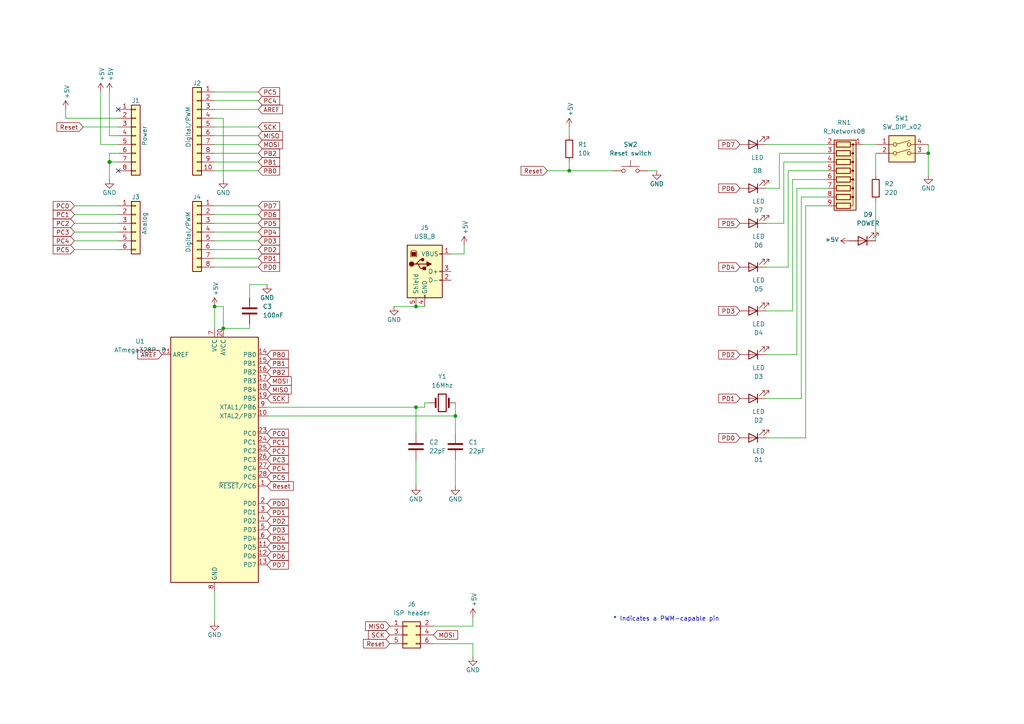
<source format=kicad_sch>
(kicad_sch (version 20230121) (generator eeschema)
  (paper "A4")
  (title_block (date "mar. 31 mars 2015"))
  (lib_symbols
    (symbol "Connector:USB_B" (pin_names (offset 1.016))
      (property "Reference" "J" (at -5.08 11.43 0))
      (property "Value" "USB_B" (at -5.08 8.89 0))
      (symbol "USB_B_0_1"
        (rectangle (start -5.08 -7.62) (end 5.08 7.62) (stroke (width 0.254)) (fill (type background)))
        (circle (center -3.81 2.159) (radius 0.635) (stroke (width 0.254)) (fill (type outline)))
        (rectangle (start -3.81 5.588) (end -2.54 4.572) (fill (type outline)))
        (circle (center -0.635 3.429) (radius 0.381) (stroke (width 0.254)) (fill (type outline)))
        (rectangle (start -0.127 -7.62) (end 0.127 -6.858))
        (polyline (pts (xy -1.905 2.159) (xy 0.635 2.159)) (stroke (width 0.254)))
        (polyline (pts (xy -3.175 2.159) (xy -2.54 2.159) (xy -1.27 3.429) (xy -0.635 3.429)) (stroke (width 0.254)))
        (polyline (pts (xy -2.54 2.159) (xy -1.905 2.159) (xy -1.27 0.889) (xy 0 0.889)) (stroke (width 0.254)))
        (polyline (pts (xy 0.635 2.794) (xy 0.635 1.524) (xy 1.905 2.159) (xy 0.635 2.794)) (stroke (width 0.254)) (fill (type outline)))
        (polyline (pts (xy -4.064 4.318) (xy -2.286 4.318) (xy -2.286 5.715) (xy -2.667 6.096) (xy -3.683 6.096) (xy -4.064 5.715) (xy -4.064 4.318)))
        (rectangle (start 0.254 1.27) (end -0.508 0.508) (stroke (width 0.254)) (fill (type outline)))
        (rectangle (start 5.08 -2.667) (end 4.318 -2.413))
        (rectangle (start 5.08 -0.127) (end 4.318 0.127))
        (rectangle (start 5.08 4.953) (end 4.318 5.207))
      )
      (symbol "USB_B_1_1"
        (pin power_out line (at 7.62 5.08 180) (length 2.54) (name "VBUS") (number "1"))
        (pin bidirectional line (at 7.62 -2.54 180) (length 2.54) (name "D-") (number "2"))
        (pin bidirectional line (at 7.62 0 180) (length 2.54) (name "D+") (number "3"))
        (pin power_out line (at 0 -10.16 90) (length 2.54) (name "GND") (number "4"))
        (pin passive line (at -2.54 -10.16 90) (length 2.54) (name "Shield") (number "5"))
      )
    )
    (symbol "Connector_Generic:Conn_01x06" (pin_names (offset 1.016) hide)
      (property "Reference" "J" (at 0 7.62 0))
      (property "Value" "Conn_01x06" (at 0 -10.16 0))
      (symbol "Conn_01x06_1_1"
        (rectangle (start -1.27 -7.493) (end 0 -7.747) (stroke (width 0.1524)))
        (rectangle (start -1.27 -4.953) (end 0 -5.207) (stroke (width 0.1524)))
        (rectangle (start -1.27 -2.413) (end 0 -2.667) (stroke (width 0.1524)))
        (rectangle (start -1.27 0.127) (end 0 -0.127) (stroke (width 0.1524)))
        (rectangle (start -1.27 2.667) (end 0 2.413) (stroke (width 0.1524)))
        (rectangle (start -1.27 5.207) (end 0 4.953) (stroke (width 0.1524)))
        (rectangle (start -1.27 6.35) (end 1.27 -8.89) (stroke (width 0.254)) (fill (type background)))
        (pin passive line (at -5.08 5.08 0) (length 3.81) (name "Pin_1") (number "1"))
        (pin passive line (at -5.08 2.54 0) (length 3.81) (name "Pin_2") (number "2"))
        (pin passive line (at -5.08 0 0) (length 3.81) (name "Pin_3") (number "3"))
        (pin passive line (at -5.08 -2.54 0) (length 3.81) (name "Pin_4") (number "4"))
        (pin passive line (at -5.08 -5.08 0) (length 3.81) (name "Pin_5") (number "5"))
        (pin passive line (at -5.08 -7.62 0) (length 3.81) (name "Pin_6") (number "6"))
      )
    )
    (symbol "Connector_Generic:Conn_01x08" (pin_names (offset 1.016) hide)
      (property "Reference" "J" (at 0 10.16 0))
      (property "Value" "Conn_01x08" (at 0 -12.7 0))
      (symbol "Conn_01x08_1_1"
        (rectangle (start -1.27 -10.033) (end 0 -10.287) (stroke (width 0.1524)))
        (rectangle (start -1.27 -7.493) (end 0 -7.747) (stroke (width 0.1524)))
        (rectangle (start -1.27 -4.953) (end 0 -5.207) (stroke (width 0.1524)))
        (rectangle (start -1.27 -2.413) (end 0 -2.667) (stroke (width 0.1524)))
        (rectangle (start -1.27 0.127) (end 0 -0.127) (stroke (width 0.1524)))
        (rectangle (start -1.27 2.667) (end 0 2.413) (stroke (width 0.1524)))
        (rectangle (start -1.27 5.207) (end 0 4.953) (stroke (width 0.1524)))
        (rectangle (start -1.27 7.747) (end 0 7.493) (stroke (width 0.1524)))
        (rectangle (start -1.27 8.89) (end 1.27 -11.43) (stroke (width 0.254)) (fill (type background)))
        (pin passive line (at -5.08 7.62 0) (length 3.81) (name "Pin_1") (number "1"))
        (pin passive line (at -5.08 5.08 0) (length 3.81) (name "Pin_2") (number "2"))
        (pin passive line (at -5.08 2.54 0) (length 3.81) (name "Pin_3") (number "3"))
        (pin passive line (at -5.08 0 0) (length 3.81) (name "Pin_4") (number "4"))
        (pin passive line (at -5.08 -2.54 0) (length 3.81) (name "Pin_5") (number "5"))
        (pin passive line (at -5.08 -5.08 0) (length 3.81) (name "Pin_6") (number "6"))
        (pin passive line (at -5.08 -7.62 0) (length 3.81) (name "Pin_7") (number "7"))
        (pin passive line (at -5.08 -10.16 0) (length 3.81) (name "Pin_8") (number "8"))
      )
    )
    (symbol "Connector_Generic:Conn_01x10" (pin_names (offset 1.016) hide)
      (property "Reference" "J" (at 0 12.7 0))
      (property "Value" "Conn_01x10" (at 0 -15.24 0))
      (symbol "Conn_01x10_1_1"
        (rectangle (start -1.27 -12.573) (end 0 -12.827) (stroke (width 0.1524)))
        (rectangle (start -1.27 -10.033) (end 0 -10.287) (stroke (width 0.1524)))
        (rectangle (start -1.27 -7.493) (end 0 -7.747) (stroke (width 0.1524)))
        (rectangle (start -1.27 -4.953) (end 0 -5.207) (stroke (width 0.1524)))
        (rectangle (start -1.27 -2.413) (end 0 -2.667) (stroke (width 0.1524)))
        (rectangle (start -1.27 0.127) (end 0 -0.127) (stroke (width 0.1524)))
        (rectangle (start -1.27 2.667) (end 0 2.413) (stroke (width 0.1524)))
        (rectangle (start -1.27 5.207) (end 0 4.953) (stroke (width 0.1524)))
        (rectangle (start -1.27 7.747) (end 0 7.493) (stroke (width 0.1524)))
        (rectangle (start -1.27 10.287) (end 0 10.033) (stroke (width 0.1524)))
        (rectangle (start -1.27 11.43) (end 1.27 -13.97) (stroke (width 0.254)) (fill (type background)))
        (pin passive line (at -5.08 10.16 0) (length 3.81) (name "Pin_1") (number "1"))
        (pin passive line (at -5.08 -12.7 0) (length 3.81) (name "Pin_10") (number "10"))
        (pin passive line (at -5.08 7.62 0) (length 3.81) (name "Pin_2") (number "2"))
        (pin passive line (at -5.08 5.08 0) (length 3.81) (name "Pin_3") (number "3"))
        (pin passive line (at -5.08 2.54 0) (length 3.81) (name "Pin_4") (number "4"))
        (pin passive line (at -5.08 0 0) (length 3.81) (name "Pin_5") (number "5"))
        (pin passive line (at -5.08 -2.54 0) (length 3.81) (name "Pin_6") (number "6"))
        (pin passive line (at -5.08 -5.08 0) (length 3.81) (name "Pin_7") (number "7"))
        (pin passive line (at -5.08 -7.62 0) (length 3.81) (name "Pin_8") (number "8"))
        (pin passive line (at -5.08 -10.16 0) (length 3.81) (name "Pin_9") (number "9"))
      )
    )
    (symbol "Connector_Generic:Conn_02x03_Odd_Even" (pin_names (offset 1.016) hide)
      (property "Reference" "J" (at 1.27 5.08 0))
      (property "Value" "Conn_02x03_Odd_Even" (at 1.27 -5.08 0))
      (symbol "Conn_02x03_Odd_Even_1_1"
        (rectangle (start -1.27 -2.413) (end 0 -2.667) (stroke (width 0.1524)))
        (rectangle (start -1.27 0.127) (end 0 -0.127) (stroke (width 0.1524)))
        (rectangle (start -1.27 2.667) (end 0 2.413) (stroke (width 0.1524)))
        (rectangle (start -1.27 3.81) (end 3.81 -3.81) (stroke (width 0.254)) (fill (type background)))
        (rectangle (start 3.81 -2.413) (end 2.54 -2.667) (stroke (width 0.1524)))
        (rectangle (start 3.81 0.127) (end 2.54 -0.127) (stroke (width 0.1524)))
        (rectangle (start 3.81 2.667) (end 2.54 2.413) (stroke (width 0.1524)))
        (pin passive line (at -5.08 2.54 0) (length 3.81) (name "Pin_1") (number "1"))
        (pin passive line (at 7.62 2.54 180) (length 3.81) (name "Pin_2") (number "2"))
        (pin passive line (at -5.08 0 0) (length 3.81) (name "Pin_3") (number "3"))
        (pin passive line (at 7.62 0 180) (length 3.81) (name "Pin_4") (number "4"))
        (pin passive line (at -5.08 -2.54 0) (length 3.81) (name "Pin_5") (number "5"))
        (pin passive line (at 7.62 -2.54 180) (length 3.81) (name "Pin_6") (number "6"))
      )
    )
    (symbol "Device:C" (pin_numbers hide) (pin_names (offset 0.254))
      (property "Reference" "C" (at 0.635 2.54 0))
      (property "Value" "C" (at 0.635 -2.54 0))
      (symbol "C_0_1"
        (polyline (pts (xy -2.032 -0.762) (xy 2.032 -0.762)) (stroke (width 0.508)))
        (polyline (pts (xy -2.032 0.762) (xy 2.032 0.762)) (stroke (width 0.508)))
      )
      (symbol "C_1_1"
        (pin passive line (at 0 3.81 270) (length 2.794) (name "~") (number "1"))
        (pin passive line (at 0 -3.81 90) (length 2.794) (name "~") (number "2"))
      )
    )
    (symbol "Device:Crystal" (pin_numbers hide) (pin_names (offset 1.016) hide)
      (property "Reference" "Y" (at 0 3.81 0))
      (property "Value" "Crystal" (at 0 -3.81 0))
      (symbol "Crystal_0_1"
        (rectangle (start -1.143 2.54) (end 1.143 -2.54) (stroke (width 0.3048)))
        (polyline (pts (xy -2.54 0) (xy -1.905 0)))
        (polyline (pts (xy -1.905 -1.27) (xy -1.905 1.27)) (stroke (width 0.508)))
        (polyline (pts (xy 1.905 -1.27) (xy 1.905 1.27)) (stroke (width 0.508)))
        (polyline (pts (xy 2.54 0) (xy 1.905 0)))
      )
      (symbol "Crystal_1_1"
        (pin passive line (at -3.81 0 0) (length 1.27) (name "1") (number "1"))
        (pin passive line (at 3.81 0 180) (length 1.27) (name "2") (number "2"))
      )
    )
    (symbol "Device:LED" (pin_numbers hide) (pin_names (offset 1.016) hide)
      (property "Reference" "D" (at 0 2.54 0))
      (property "Value" "LED" (at 0 -2.54 0))
      (symbol "LED_0_1"
        (polyline (pts (xy -1.27 -1.27) (xy -1.27 1.27)) (stroke (width 0.254)))
        (polyline (pts (xy -1.27 0) (xy 1.27 0)))
        (polyline (pts (xy 1.27 -1.27) (xy 1.27 1.27) (xy -1.27 0) (xy 1.27 -1.27)) (stroke (width 0.254)))
        (polyline (pts (xy -3.048 -0.762) (xy -4.572 -2.286) (xy -3.81 -2.286) (xy -4.572 -2.286) (xy -4.572 -1.524)))
        (polyline (pts (xy -1.778 -0.762) (xy -3.302 -2.286) (xy -2.54 -2.286) (xy -3.302 -2.286) (xy -3.302 -1.524)))
      )
      (symbol "LED_1_1"
        (pin passive line (at -3.81 0 0) (length 2.54) (name "K") (number "1"))
        (pin passive line (at 3.81 0 180) (length 2.54) (name "A") (number "2"))
      )
    )
    (symbol "Device:R" (pin_numbers hide) (pin_names (offset 0))
      (property "Reference" "R" (at 2.032 0 90))
      (property "Value" "R" (at 0 0 90))
      (symbol "R_0_1"
        (rectangle (start -1.016 -2.54) (end 1.016 2.54) (stroke (width 0.254)))
      )
      (symbol "R_1_1"
        (pin passive line (at 0 3.81 270) (length 1.27) (name "~") (number "1"))
        (pin passive line (at 0 -3.81 90) (length 1.27) (name "~") (number "2"))
      )
    )
    (symbol "Device:R_Network08" (pin_names (offset 0) hide)
      (property "Reference" "RN" (at -12.7 0 90))
      (property "Value" "R_Network08" (at 10.16 0 90))
      (symbol "R_Network08_0_1"
        (rectangle (start -11.43 -3.175) (end 8.89 3.175) (stroke (width 0.254)) (fill (type background)))
        (rectangle (start -10.922 1.524) (end -9.398 -2.54) (stroke (width 0.254)))
        (circle (center -10.16 2.286) (radius 0.254) (fill (type outline)))
        (rectangle (start -8.382 1.524) (end -6.858 -2.54) (stroke (width 0.254)))
        (circle (center -7.62 2.286) (radius 0.254) (fill (type outline)))
        (rectangle (start -5.842 1.524) (end -4.318 -2.54) (stroke (width 0.254)))
        (circle (center -5.08 2.286) (radius 0.254) (fill (type outline)))
        (rectangle (start -3.302 1.524) (end -1.778 -2.54) (stroke (width 0.254)))
        (circle (center -2.54 2.286) (radius 0.254) (fill (type outline)))
        (rectangle (start -0.762 1.524) (end 0.762 -2.54) (stroke (width 0.254)))
        (polyline (pts (xy -10.16 -2.54) (xy -10.16 -3.81)))
        (polyline (pts (xy -7.62 -2.54) (xy -7.62 -3.81)))
        (polyline (pts (xy -5.08 -2.54) (xy -5.08 -3.81)))
        (polyline (pts (xy -2.54 -2.54) (xy -2.54 -3.81)))
        (polyline (pts (xy 0 -2.54) (xy 0 -3.81)))
        (polyline (pts (xy 2.54 -2.54) (xy 2.54 -3.81)))
        (polyline (pts (xy 5.08 -2.54) (xy 5.08 -3.81)))
        (polyline (pts (xy 7.62 -2.54) (xy 7.62 -3.81)))
        (polyline (pts (xy -10.16 1.524) (xy -10.16 2.286) (xy -7.62 2.286) (xy -7.62 1.524)))
        (polyline (pts (xy -7.62 1.524) (xy -7.62 2.286) (xy -5.08 2.286) (xy -5.08 1.524)))
        (polyline (pts (xy -5.08 1.524) (xy -5.08 2.286) (xy -2.54 2.286) (xy -2.54 1.524)))
        (polyline (pts (xy -2.54 1.524) (xy -2.54 2.286) (xy 0 2.286) (xy 0 1.524)))
        (polyline (pts (xy 0 1.524) (xy 0 2.286) (xy 2.54 2.286) (xy 2.54 1.524)))
        (polyline (pts (xy 2.54 1.524) (xy 2.54 2.286) (xy 5.08 2.286) (xy 5.08 1.524)))
        (polyline (pts (xy 5.08 1.524) (xy 5.08 2.286) (xy 7.62 2.286) (xy 7.62 1.524)))
        (circle (center 0 2.286) (radius 0.254) (fill (type outline)))
        (rectangle (start 1.778 1.524) (end 3.302 -2.54) (stroke (width 0.254)))
        (circle (center 2.54 2.286) (radius 0.254) (fill (type outline)))
        (rectangle (start 4.318 1.524) (end 5.842 -2.54) (stroke (width 0.254)))
        (circle (center 5.08 2.286) (radius 0.254) (fill (type outline)))
        (rectangle (start 6.858 1.524) (end 8.382 -2.54) (stroke (width 0.254)))
      )
      (symbol "R_Network08_1_1"
        (pin passive line (at -10.16 5.08 270) (length 2.54) (name "common") (number "1"))
        (pin passive line (at -10.16 -5.08 90) (length 1.27) (name "R1") (number "2"))
        (pin passive line (at -7.62 -5.08 90) (length 1.27) (name "R2") (number "3"))
        (pin passive line (at -5.08 -5.08 90) (length 1.27) (name "R3") (number "4"))
        (pin passive line (at -2.54 -5.08 90) (length 1.27) (name "R4") (number "5"))
        (pin passive line (at 0 -5.08 90) (length 1.27) (name "R5") (number "6"))
        (pin passive line (at 2.54 -5.08 90) (length 1.27) (name "R6") (number "7"))
        (pin passive line (at 5.08 -5.08 90) (length 1.27) (name "R7") (number "8"))
        (pin passive line (at 7.62 -5.08 90) (length 1.27) (name "R8") (number "9"))
      )
    )
    (symbol "MCU_Microchip_ATmega:ATmega328P-P"
      (property "Reference" "U" (at -12.7 36.83 0))
      (property "Value" "ATmega328P-P" (at 2.54 -36.83 0))
      (symbol "ATmega328P-P_0_1"
        (rectangle (start -12.7 -35.56) (end 12.7 35.56) (stroke (width 0.254)) (fill (type background)))
      )
      (symbol "ATmega328P-P_1_1"
        (pin bidirectional line (at 15.24 -7.62 180) (length 2.54) (name "~{RESET}/PC6") (number "1"))
        (pin bidirectional line (at 15.24 12.7 180) (length 2.54) (name "XTAL2/PB7") (number "10"))
        (pin bidirectional line (at 15.24 -25.4 180) (length 2.54) (name "PD5") (number "11"))
        (pin bidirectional line (at 15.24 -27.94 180) (length 2.54) (name "PD6") (number "12"))
        (pin bidirectional line (at 15.24 -30.48 180) (length 2.54) (name "PD7") (number "13"))
        (pin bidirectional line (at 15.24 30.48 180) (length 2.54) (name "PB0") (number "14"))
        (pin bidirectional line (at 15.24 27.94 180) (length 2.54) (name "PB1") (number "15"))
        (pin bidirectional line (at 15.24 25.4 180) (length 2.54) (name "PB2") (number "16"))
        (pin bidirectional line (at 15.24 22.86 180) (length 2.54) (name "PB3") (number "17"))
        (pin bidirectional line (at 15.24 20.32 180) (length 2.54) (name "PB4") (number "18"))
        (pin bidirectional line (at 15.24 17.78 180) (length 2.54) (name "PB5") (number "19"))
        (pin bidirectional line (at 15.24 -12.7 180) (length 2.54) (name "PD0") (number "2"))
        (pin power_in line (at 2.54 38.1 270) (length 2.54) (name "AVCC") (number "20"))
        (pin passive line (at -15.24 30.48 0) (length 2.54) (name "AREF") (number "21"))
        (pin passive line (at 0 -38.1 90) (length 2.54) hide (name "GND") (number "22"))
        (pin bidirectional line (at 15.24 7.62 180) (length 2.54) (name "PC0") (number "23"))
        (pin bidirectional line (at 15.24 5.08 180) (length 2.54) (name "PC1") (number "24"))
        (pin bidirectional line (at 15.24 2.54 180) (length 2.54) (name "PC2") (number "25"))
        (pin bidirectional line (at 15.24 0 180) (length 2.54) (name "PC3") (number "26"))
        (pin bidirectional line (at 15.24 -2.54 180) (length 2.54) (name "PC4") (number "27"))
        (pin bidirectional line (at 15.24 -5.08 180) (length 2.54) (name "PC5") (number "28"))
        (pin bidirectional line (at 15.24 -15.24 180) (length 2.54) (name "PD1") (number "3"))
        (pin bidirectional line (at 15.24 -17.78 180) (length 2.54) (name "PD2") (number "4"))
        (pin bidirectional line (at 15.24 -20.32 180) (length 2.54) (name "PD3") (number "5"))
        (pin bidirectional line (at 15.24 -22.86 180) (length 2.54) (name "PD4") (number "6"))
        (pin power_in line (at 0 38.1 270) (length 2.54) (name "VCC") (number "7"))
        (pin power_in line (at 0 -38.1 90) (length 2.54) (name "GND") (number "8"))
        (pin bidirectional line (at 15.24 15.24 180) (length 2.54) (name "XTAL1/PB6") (number "9"))
      )
    )
    (symbol "Switch:SW_DIP_x02" (pin_names (offset 0) hide)
      (property "Reference" "SW" (at 0 6.35 0))
      (property "Value" "SW_DIP_x02" (at 0 -3.81 0))
      (symbol "SW_DIP_x02_0_0"
        (circle (center -2.032 0) (radius 0.508))
        (circle (center -2.032 2.54) (radius 0.508))
        (polyline (pts (xy -1.524 0.127) (xy 2.3622 1.1684)))
        (polyline (pts (xy -1.524 2.667) (xy 2.3622 3.7084)))
        (circle (center 2.032 0) (radius 0.508))
        (circle (center 2.032 2.54) (radius 0.508))
      )
      (symbol "SW_DIP_x02_0_1"
        (rectangle (start -3.81 5.08) (end 3.81 -2.54) (stroke (width 0.254)) (fill (type background)))
      )
      (symbol "SW_DIP_x02_1_1"
        (pin passive line (at -7.62 2.54 0) (length 5.08) (name "~") (number "1"))
        (pin passive line (at -7.62 0 0) (length 5.08) (name "~") (number "2"))
        (pin passive line (at 7.62 0 180) (length 5.08) (name "~") (number "3"))
        (pin passive line (at 7.62 2.54 180) (length 5.08) (name "~") (number "4"))
      )
    )
    (symbol "Switch:SW_Push" (pin_numbers hide) (pin_names (offset 1.016) hide)
      (property "Reference" "SW" (at 1.27 2.54 0))
      (property "Value" "SW_Push" (at 0 -1.524 0))
      (symbol "SW_Push_0_1"
        (circle (center -2.032 0) (radius 0.508))
        (polyline (pts (xy 0 1.27) (xy 0 3.048)))
        (polyline (pts (xy 2.54 1.27) (xy -2.54 1.27)))
        (circle (center 2.032 0) (radius 0.508))
        (pin passive line (at -5.08 0 0) (length 2.54) (name "1") (number "1"))
        (pin passive line (at 5.08 0 180) (length 2.54) (name "2") (number "2"))
      )
    )
    (symbol "power:+5V" (power) (pin_names (offset 0))
      (property "Value" "+5V" (at 0 3.556 0))
      (symbol "+5V_0_1"
        (polyline (pts (xy -0.762 1.27) (xy 0 2.54)))
        (polyline (pts (xy 0 0) (xy 0 2.54)))
        (polyline (pts (xy 0 2.54) (xy 0.762 1.27)))
      )
      (symbol "+5V_1_1"
        (pin power_in line (at 0 0 90) (length 0) hide (name "+5V") (number "1"))
      )
    )
    (symbol "power:GND" (power) (pin_names (offset 0))
      (property "Value" "GND" (at 0 -3.81 0))
      (symbol "GND_0_1"
        (polyline (pts (xy 0 0) (xy 0 -1.27) (xy 1.27 -1.27) (xy 0 -2.54) (xy -1.27 -1.27) (xy 0 -1.27)))
      )
      (symbol "GND_1_1"
        (pin power_in line (at 0 0 270) (length 0) hide (name "GND") (number "1"))
      )
    )
  )
  (junction (at 120.65 88.9))
  (junction (at 269.24 44.45))
  (junction (at 62.23 88.9))
  (junction (at 31.75 46.99) (diameter 1.016))
  (junction (at 165.1 49.53))
  (junction (at 64.77 95.25))
  (junction (at 120.65 118.11))
  (junction (at 132.08 120.65))
  (no_connect (at 34.29 49.53))
  (no_connect (at 34.29 31.75))
  (wire (pts (xy 120.65 118.11) (xy 123.19 118.11)))
  (wire (pts (xy 132.08 120.65) (xy 132.08 125.73)))
  (wire (pts (xy 62.23 77.47) (xy 74.93 77.47)))
  (wire (pts (xy 123.19 116.84) (xy 123.19 118.11)))
  (wire (pts (xy 222.25 64.77) (xy 227.33 64.77)))
  (wire (pts (xy 114.3 88.9) (xy 120.65 88.9)))
  (wire (pts (xy 62.23 44.45) (xy 74.93 44.45)))
  (wire (pts (xy 229.87 52.07) (xy 240.03 52.07)))
  (wire (pts (xy 62.23 26.67) (xy 74.93 26.67)))
  (wire (pts (xy 62.23 88.9) (xy 62.23 95.25)))
  (wire (pts (xy 62.23 88.9) (xy 64.77 88.9)))
  (wire (pts (xy 31.75 44.45) (xy 31.75 46.99)))
  (wire (pts (xy 21.59 72.39) (xy 34.29 72.39)))
  (wire (pts (xy 77.47 82.55) (xy 72.39 82.55)))
  (wire (pts (xy 120.65 88.9) (xy 123.19 88.9)))
  (wire (pts (xy 254 58.42) (xy 254 69.85)))
  (wire (pts (xy 254 41.91) (xy 250.19 41.91)))
  (wire (pts (xy 31.75 46.99) (xy 31.75 52.07)))
  (wire (pts (xy 226.06 44.45) (xy 240.03 44.45)))
  (wire (pts (xy 137.16 181.61) (xy 137.16 179.07)))
  (wire (pts (xy 31.75 39.37) (xy 34.29 39.37)))
  (wire (pts (xy 233.68 59.69) (xy 240.03 59.69)))
  (wire (pts (xy 29.21 41.91) (xy 34.29 41.91)))
  (wire (pts (xy 231.14 102.87) (xy 231.14 54.61)))
  (wire (pts (xy 222.25 41.91) (xy 240.03 41.91)))
  (wire (pts (xy 231.14 54.61) (xy 240.03 54.61)))
  (wire (pts (xy 19.05 31.75) (xy 19.05 34.29)))
  (wire (pts (xy 29.21 26.67) (xy 29.21 41.91)))
  (wire (pts (xy 227.33 64.77) (xy 227.33 46.99)))
  (wire (pts (xy 62.23 36.83) (xy 74.93 36.83)))
  (wire (pts (xy 31.75 26.67) (xy 31.75 39.37)))
  (wire (pts (xy 64.77 88.9) (xy 64.77 95.25)))
  (wire (pts (xy 62.23 59.69) (xy 74.93 59.69)))
  (wire (pts (xy 72.39 82.55) (xy 72.39 86.36)))
  (wire (pts (xy 134.62 73.66) (xy 134.62 71.12)))
  (wire (pts (xy 34.29 59.69) (xy 21.59 59.69)))
  (wire (pts (xy 187.96 49.53) (xy 190.5 49.53)))
  (wire (pts (xy 62.23 39.37) (xy 74.93 39.37)))
  (wire (pts (xy 62.23 62.23) (xy 74.93 62.23)))
  (wire (pts (xy 165.1 46.99) (xy 165.1 49.53)))
  (wire (pts (xy 158.75 49.53) (xy 165.1 49.53)))
  (wire (pts (xy 269.24 41.91) (xy 269.24 44.45)))
  (wire (pts (xy 137.16 186.69) (xy 137.16 190.5)))
  (wire (pts (xy 77.47 120.65) (xy 132.08 120.65)))
  (wire (pts (xy 222.25 54.61) (xy 226.06 54.61)))
  (wire (pts (xy 62.23 46.99) (xy 74.93 46.99)))
  (wire (pts (xy 77.47 118.11) (xy 120.65 118.11)))
  (wire (pts (xy 62.23 67.31) (xy 74.93 67.31)))
  (wire (pts (xy 120.65 133.35) (xy 120.65 140.97)))
  (wire (pts (xy 222.25 77.47) (xy 228.6 77.47)))
  (wire (pts (xy 228.6 77.47) (xy 228.6 49.53)))
  (wire (pts (xy 228.6 49.53) (xy 240.03 49.53)))
  (wire (pts (xy 165.1 49.53) (xy 177.8 49.53)))
  (wire (pts (xy 19.05 34.29) (xy 34.29 34.29)))
  (wire (pts (xy 64.77 34.29) (xy 64.77 52.07)))
  (wire (pts (xy 132.08 120.65) (xy 132.08 116.84)))
  (wire (pts (xy 62.23 31.75) (xy 74.93 31.75)))
  (wire (pts (xy 72.39 95.25) (xy 72.39 93.98)))
  (wire (pts (xy 222.25 115.57) (xy 232.41 115.57)))
  (wire (pts (xy 34.29 64.77) (xy 21.59 64.77)))
  (wire (pts (xy 24.13 36.83) (xy 34.29 36.83)))
  (wire (pts (xy 34.29 46.99) (xy 31.75 46.99)))
  (wire (pts (xy 123.19 116.84) (xy 124.46 116.84)))
  (wire (pts (xy 62.23 171.45) (xy 62.23 180.34)))
  (wire (pts (xy 269.24 44.45) (xy 269.24 50.8)))
  (wire (pts (xy 132.08 133.35) (xy 132.08 140.97)))
  (wire (pts (xy 222.25 102.87) (xy 231.14 102.87)))
  (wire (pts (xy 21.59 62.23) (xy 34.29 62.23)))
  (wire (pts (xy 120.65 118.11) (xy 120.65 125.73)))
  (wire (pts (xy 165.1 36.83) (xy 165.1 39.37)))
  (wire (pts (xy 125.73 181.61) (xy 137.16 181.61)))
  (wire (pts (xy 254 44.45) (xy 254 50.8)))
  (wire (pts (xy 222.25 127) (xy 233.68 127)))
  (wire (pts (xy 62.23 34.29) (xy 64.77 34.29)))
  (wire (pts (xy 34.29 44.45) (xy 31.75 44.45)))
  (wire (pts (xy 62.23 41.91) (xy 74.93 41.91)))
  (wire (pts (xy 232.41 57.15) (xy 240.03 57.15)))
  (wire (pts (xy 130.81 73.66) (xy 134.62 73.66)))
  (wire (pts (xy 62.23 64.77) (xy 74.93 64.77)))
  (wire (pts (xy 229.87 90.17) (xy 229.87 52.07)))
  (wire (pts (xy 21.59 67.31) (xy 34.29 67.31)))
  (wire (pts (xy 62.23 29.21) (xy 74.93 29.21)))
  (wire (pts (xy 125.73 186.69) (xy 137.16 186.69)))
  (wire (pts (xy 62.23 72.39) (xy 74.93 72.39)))
  (wire (pts (xy 62.23 69.85) (xy 74.93 69.85)))
  (wire (pts (xy 222.25 90.17) (xy 229.87 90.17)))
  (wire (pts (xy 233.68 127) (xy 233.68 59.69)))
  (wire (pts (xy 64.77 95.25) (xy 72.39 95.25)))
  (wire (pts (xy 232.41 115.57) (xy 232.41 57.15)))
  (wire (pts (xy 62.23 74.93) (xy 74.93 74.93)))
  (wire (pts (xy 226.06 54.61) (xy 226.06 44.45)))
  (wire (pts (xy 34.29 69.85) (xy 21.59 69.85)))
  (wire (pts (xy 62.23 49.53) (xy 74.93 49.53)))
  (wire (pts (xy 227.33 46.99) (xy 240.03 46.99)))
  (text "* Indicates a PWM-capable pin" (at 177.8 180.34 0) (effects (font (size 1.27 1.27)) (justify left bottom)))
  (global_label "Reset" (shape input) (at 77.47 140.97 0) (property "Intersheetrefs" "${INTERSHEET_REFS}" (effects hide)))
  (global_label "PD1" (shape input) (at 214.63 115.57 180) (property "Intersheetrefs" "${INTERSHEET_REFS}" (effects hide)))
  (global_label "PD7" (shape input) (at 214.63 41.91 180) (property "Intersheetrefs" "${INTERSHEET_REFS}" (effects hide)))
  (global_label "PD6" (shape input) (at 74.93 62.23 0) (property "Intersheetrefs" "${INTERSHEET_REFS}" (effects hide)))
  (global_label "SCK" (shape input) (at 113.03 184.15 180) (property "Intersheetrefs" "${INTERSHEET_REFS}" (effects hide)))
  (global_label "PB0" (shape input) (at 74.93 49.53 0) (property "Intersheetrefs" "${INTERSHEET_REFS}" (effects hide)))
  (global_label "PD5" (shape input) (at 214.63 64.77 180) (property "Intersheetrefs" "${INTERSHEET_REFS}" (effects hide)))
  (global_label "PC5" (shape input) (at 21.59 72.39 180) (property "Intersheetrefs" "${INTERSHEET_REFS}" (effects hide)))
  (global_label "PB2" (shape input) (at 74.93 44.45 0) (property "Intersheetrefs" "${INTERSHEET_REFS}" (effects hide)))
  (global_label "PB1" (shape input) (at 77.47 105.41 0) (property "Intersheetrefs" "${INTERSHEET_REFS}" (effects hide)))
  (global_label "PD0" (shape input) (at 74.93 77.47 0) (property "Intersheetrefs" "${INTERSHEET_REFS}" (effects hide)))
  (global_label "AREF" (shape input) (at 46.99 102.87 180) (property "Intersheetrefs" "${INTERSHEET_REFS}" (effects hide)))
  (global_label "PD3" (shape input) (at 74.93 69.85 0) (property "Intersheetrefs" "${INTERSHEET_REFS}" (effects hide)))
  (global_label "PD6" (shape input) (at 77.47 161.29 0) (property "Intersheetrefs" "${INTERSHEET_REFS}" (effects hide)))
  (global_label "PD6" (shape input) (at 214.63 54.61 180) (property "Intersheetrefs" "${INTERSHEET_REFS}" (effects hide)))
  (global_label "PD4" (shape input) (at 77.47 156.21 0) (property "Intersheetrefs" "${INTERSHEET_REFS}" (effects hide)))
  (global_label "PB1" (shape input) (at 74.93 46.99 0) (property "Intersheetrefs" "${INTERSHEET_REFS}" (effects hide)))
  (global_label "PC0" (shape input) (at 77.47 125.73 0) (property "Intersheetrefs" "${INTERSHEET_REFS}" (effects hide)))
  (global_label "PC5" (shape input) (at 74.93 26.67 0) (property "Intersheetrefs" "${INTERSHEET_REFS}" (effects hide)))
  (global_label "PD2" (shape input) (at 77.47 151.13 0) (property "Intersheetrefs" "${INTERSHEET_REFS}" (effects hide)))
  (global_label "PC0" (shape input) (at 21.59 59.69 180) (property "Intersheetrefs" "${INTERSHEET_REFS}" (effects hide)))
  (global_label "PD5" (shape input) (at 77.47 158.75 0) (property "Intersheetrefs" "${INTERSHEET_REFS}" (effects hide)))
  (global_label "SCK" (shape input) (at 77.47 115.57 0) (property "Intersheetrefs" "${INTERSHEET_REFS}" (effects hide)))
  (global_label "PC3" (shape input) (at 21.59 67.31 180) (property "Intersheetrefs" "${INTERSHEET_REFS}" (effects hide)))
  (global_label "PC2" (shape input) (at 77.47 130.81 0) (property "Intersheetrefs" "${INTERSHEET_REFS}" (effects hide)))
  (global_label "MISO" (shape input) (at 113.03 181.61 180) (property "Intersheetrefs" "${INTERSHEET_REFS}" (effects hide)))
  (global_label "MISO" (shape input) (at 74.93 39.37 0) (property "Intersheetrefs" "${INTERSHEET_REFS}" (effects hide)))
  (global_label "MOSI" (shape input) (at 77.47 110.49 0) (property "Intersheetrefs" "${INTERSHEET_REFS}" (effects hide)))
  (global_label "PC5" (shape input) (at 77.47 138.43 0) (property "Intersheetrefs" "${INTERSHEET_REFS}" (effects hide)))
  (global_label "PD3" (shape input) (at 214.63 90.17 180) (property "Intersheetrefs" "${INTERSHEET_REFS}" (effects hide)))
  (global_label "PD4" (shape input) (at 214.63 77.47 180) (property "Intersheetrefs" "${INTERSHEET_REFS}" (effects hide)))
  (global_label "PC1" (shape input) (at 21.59 62.23 180) (property "Intersheetrefs" "${INTERSHEET_REFS}" (effects hide)))
  (global_label "PD0" (shape input) (at 77.47 146.05 0) (property "Intersheetrefs" "${INTERSHEET_REFS}" (effects hide)))
  (global_label "MOSI" (shape input) (at 74.93 41.91 0) (property "Intersheetrefs" "${INTERSHEET_REFS}" (effects hide)))
  (global_label "PC4" (shape input) (at 77.47 135.89 0) (property "Intersheetrefs" "${INTERSHEET_REFS}" (effects hide)))
  (global_label "Reset" (shape input) (at 158.75 49.53 180) (property "Intersheetrefs" "${INTERSHEET_REFS}" (effects hide)))
  (global_label "PD1" (shape input) (at 74.93 74.93 0) (property "Intersheetrefs" "${INTERSHEET_REFS}" (effects hide)))
  (global_label "AREF" (shape input) (at 74.93 31.75 0) (property "Intersheetrefs" "${INTERSHEET_REFS}" (effects hide)))
  (global_label "PD7" (shape input) (at 74.93 59.69 0) (property "Intersheetrefs" "${INTERSHEET_REFS}" (effects hide)))
  (global_label "PD7" (shape input) (at 77.47 163.83 0) (property "Intersheetrefs" "${INTERSHEET_REFS}" (effects hide)))
  (global_label "PD1" (shape input) (at 77.47 148.59 0) (property "Intersheetrefs" "${INTERSHEET_REFS}" (effects hide)))
  (global_label "MISO" (shape input) (at 77.47 113.03 0) (property "Intersheetrefs" "${INTERSHEET_REFS}" (effects hide)))
  (global_label "PC3" (shape input) (at 77.47 133.35 0) (property "Intersheetrefs" "${INTERSHEET_REFS}" (effects hide)))
  (global_label "PD4" (shape input) (at 74.93 67.31 0) (property "Intersheetrefs" "${INTERSHEET_REFS}" (effects hide)))
  (global_label "Reset" (shape input) (at 113.03 186.69 180) (property "Intersheetrefs" "${INTERSHEET_REFS}" (effects hide)))
  (global_label "PB2" (shape input) (at 77.47 107.95 0) (property "Intersheetrefs" "${INTERSHEET_REFS}" (effects hide)))
  (global_label "PD2" (shape input) (at 214.63 102.87 180) (property "Intersheetrefs" "${INTERSHEET_REFS}" (effects hide)))
  (global_label "PD3" (shape input) (at 77.47 153.67 0) (property "Intersheetrefs" "${INTERSHEET_REFS}" (effects hide)))
  (global_label "PC4" (shape input) (at 21.59 69.85 180) (property "Intersheetrefs" "${INTERSHEET_REFS}" (effects hide)))
  (global_label "Reset" (shape input) (at 24.13 36.83 180) (property "Intersheetrefs" "${INTERSHEET_REFS}" (effects hide)))
  (global_label "PB0" (shape input) (at 77.47 102.87 0) (property "Intersheetrefs" "${INTERSHEET_REFS}" (effects hide)))
  (global_label "PD2" (shape input) (at 74.93 72.39 0) (property "Intersheetrefs" "${INTERSHEET_REFS}" (effects hide)))
  (global_label "PC1" (shape input) (at 77.47 128.27 0) (property "Intersheetrefs" "${INTERSHEET_REFS}" (effects hide)))
  (global_label "MOSI" (shape input) (at 125.73 184.15 0) (property "Intersheetrefs" "${INTERSHEET_REFS}" (effects hide)))
  (global_label "PD0" (shape input) (at 214.63 127 180) (property "Intersheetrefs" "${INTERSHEET_REFS}" (effects hide)))
  (global_label "SCK" (shape input) (at 74.93 36.83 0) (property "Intersheetrefs" "${INTERSHEET_REFS}" (effects hide)))
  (global_label "PD5" (shape input) (at 74.93 64.77 0) (property "Intersheetrefs" "${INTERSHEET_REFS}" (effects hide)))
  (global_label "PC2" (shape input) (at 21.59 64.77 180) (property "Intersheetrefs" "${INTERSHEET_REFS}" (effects hide)))
  (global_label "PC4" (shape input) (at 74.93 29.21 0) (property "Intersheetrefs" "${INTERSHEET_REFS}" (effects hide)))
  (symbol (lib_id "Connector_Generic:Conn_01x08") (at 39.37 39.37 0) (unit 1)
    (property "Reference" "J1" (at 39.37 29.21 0))
    (property "Value" "Power" (at 41.91 39.37 90))
    (property "Footprint" "Connector_PinSocket_2.54mm:PinSocket_1x08_P2.54mm_Vertical" (effects hide))
  )
  (symbol (lib_id "power:+5V") (at 29.21 26.67 0) (unit 1)
    (property "Reference" "#PWR02" (effects hide))
    (property "Value" "+5V" (at 29.5656 23.622 90) (effects (justify left)))
  )
  (symbol (lib_id "power:GND") (at 31.75 52.07 0) (unit 1)
    (property "Reference" "#PWR04" (effects hide))
    (property "Value" "GND" (at 31.75 55.88 0))
  )
  (symbol (lib_id "Connector_Generic:Conn_01x10") (at 57.15 36.83 0) (mirror y) (unit 1)
    (property "Reference" "J2" (at 57.15 24.13 0))
    (property "Value" "Digital/PWM" (at 54.61 36.83 90))
    (property "Footprint" "Connector_PinSocket_2.54mm:PinSocket_1x10_P2.54mm_Vertical" (effects hide))
  )
  (symbol (lib_id "power:GND") (at 64.77 52.07 0) (unit 1)
    (property "Reference" "#PWR05" (effects hide))
    (property "Value" "GND" (at 64.77 55.88 0))
  )
  (symbol (lib_id "Connector_Generic:Conn_01x06") (at 39.37 64.77 0) (unit 1)
    (property "Reference" "J3" (at 39.37 57.15 0))
    (property "Value" "Analog" (at 41.91 64.77 90))
    (property "Footprint" "Connector_PinSocket_2.54mm:PinSocket_1x06_P2.54mm_Vertical" (effects hide))
  )
  (symbol (lib_id "Connector_Generic:Conn_01x08") (at 57.15 67.31 0) (mirror y) (unit 1)
    (property "Reference" "J4" (at 57.15 57.15 0))
    (property "Value" "Digital/PWM" (at 54.61 67.31 90))
    (property "Footprint" "Connector_PinSocket_2.54mm:PinSocket_1x08_P2.54mm_Vertical" (effects hide))
  )
  (symbol (lib_id "power:+5V") (at 246.38 69.85 90) (unit 1)
    (property "Reference" "#PWR018" (effects hide))
    (property "Value" "+5V" (at 243.332 69.4944 90) (effects (justify left)))
  )
  (symbol (lib_id "power:+5V") (at 134.62 71.12 0) (unit 1)
    (property "Reference" "#PWR012" (effects hide))
    (property "Value" "+5V" (at 134.9756 68.072 90) (effects (justify left)))
  )
  (symbol (lib_id "Connector_Generic:Conn_02x03_Odd_Even") (at 118.11 184.15 0) (unit 1)
    (property "Reference" "J6" (at 119.38 175.26 0))
    (property "Value" "ISP header" (at 119.38 177.8 0))
    (property "Footprint" "Connector_PinHeader_2.54mm:PinHeader_2x03_P2.54mm_Horizontal" (effects hide))
    (property "Datasheet" "https://media.distrelec.com/Web/Downloads/_t/ds/90130-3206_eng_tds.pdf" (effects hide))
  )
  (symbol (lib_id "Device:LED") (at 218.44 102.87 180) (unit 1)
    (property "Reference" "D3" (at 220.0275 109.22 0))
    (property "Value" "LED" (at 220.0275 106.68 0))
    (property "Footprint" "Library:LED_D2.0mm_W4.8mm_H2.5mm_FlatTop ändrad" (effects hide))
  )
  (symbol (lib_id "Switch:SW_DIP_x02") (at 261.62 44.45 0) (unit 1)
    (property "Reference" "SW1" (at 261.62 34.29 0))
    (property "Value" "SW_DIP_x02" (at 261.62 36.83 0))
    (property "Footprint" "Package_DIP:DIP-4_W7.62mm" (effects hide))
  )
  (symbol (lib_id "power:+5V") (at 165.1 36.83 0) (unit 1)
    (property "Reference" "#PWR06" (effects hide))
    (property "Value" "+5V" (at 165.4556 33.782 90) (effects (justify left)))
  )
  (symbol (lib_id "power:GND") (at 137.16 190.5 0) (unit 1)
    (property "Reference" "#PWR015" (effects hide))
    (property "Value" "GND" (at 137.16 194.31 0))
  )
  (symbol (lib_id "power:GND") (at 77.47 82.55 0) (unit 1)
    (property "Reference" "#PWR010" (effects hide))
    (property "Value" "GND" (at 77.47 86.36 0))
  )
  (symbol (lib_id "power:GND") (at 62.23 180.34 0) (unit 1)
    (property "Reference" "#PWR09" (effects hide))
    (property "Value" "GND" (at 62.23 184.15 0))
  )
  (symbol (lib_id "Device:LED") (at 218.44 64.77 180) (unit 1)
    (property "Reference" "D6" (at 220.0275 71.12 0))
    (property "Value" "LED" (at 220.0275 68.58 0))
    (property "Footprint" "Library:LED_D2.0mm_W4.8mm_H2.5mm_FlatTop ändrad" (effects hide))
  )
  (symbol (lib_id "Device:C") (at 72.39 90.17 0) (unit 1)
    (property "Reference" "C3" (at 76.2 88.9 0) (effects (justify left)))
    (property "Value" "100nF" (at 76.2 91.44 0) (effects (justify left)))
    (property "Footprint" "Capacitor_THT:C_Rect_L7.2mm_W2.5mm_P5.00mm_FKS2_FKP2_MKS2_MKP2" (effects hide))
  )
  (symbol (lib_id "Device:Crystal") (at 128.27 116.84 0) (unit 1)
    (property "Reference" "Y1" (at 128.27 109.22 0))
    (property "Value" "16Mhz" (at 128.27 111.76 0))
    (property "Footprint" "Crystal:Crystal_HC49-U_Vertical" (effects hide))
    (property "Datasheet" "https://www.electrokit.com/uploads/productfile/41002/htAURIS_mini-Quarz-HC49US_EN.pdf" (effects hide))
  )
  (symbol (lib_id "Device:C") (at 120.65 129.54 0) (unit 1)
    (property "Reference" "C2" (at 124.46 128.27 0) (effects (justify left)))
    (property "Value" "22pF" (at 124.46 130.81 0) (effects (justify left)))
    (property "Footprint" "Capacitor_THT:C_Disc_D5.0mm_W2.5mm_P2.50mm" (effects hide))
  )
  (symbol (lib_id "power:GND") (at 114.3 88.9 0) (unit 1)
    (property "Reference" "#PWR013" (effects hide))
    (property "Value" "GND" (at 114.3 92.71 0))
  )
  (symbol (lib_id "power:GND") (at 132.08 140.97 0) (unit 1)
    (property "Reference" "#PWR08" (effects hide))
    (property "Value" "GND" (at 132.08 144.78 0))
  )
  (symbol (lib_id "power:+5V") (at 62.23 88.9 0) (unit 1)
    (property "Reference" "#PWR011" (effects hide))
    (property "Value" "+5V" (at 62.5856 85.852 90) (effects (justify left)))
  )
  (symbol (lib_id "MCU_Microchip_ATmega:ATmega328P-P") (at 62.23 133.35 0) (unit 1)
    (property "Reference" "U1" (at 40.64 98.9839 0))
    (property "Value" "ATmega328P-P" (at 40.64 101.5239 0))
    (property "Footprint" "Library:DIP-28_W7.62mm_Socket_LongPads ovala hål" (effects hide))
    (property "Datasheet" "http://ww1.microchip.com/downloads/en/DeviceDoc/ATmega328_P%20AVR%20MCU%20with%20picoPower%20Technology%20Data%20Sheet%2040001984A.pdf" (effects hide))
  )
  (symbol (lib_id "Switch:SW_Push") (at 182.88 49.53 0) (unit 1)
    (property "Reference" "SW2" (at 182.88 41.91 0))
    (property "Value" "Reset switch" (at 182.88 44.45 0))
    (property "Footprint" "Button_Switch_THT:SW_Tactile_SPST_Angled_PTS645Vx58-2LFS" (effects hide))
  )
  (symbol (lib_id "Device:R") (at 165.1 43.18 0) (unit 1)
    (property "Reference" "R1" (at 167.64 41.91 0) (effects (justify left)))
    (property "Value" "10k" (at 167.64 44.45 0) (effects (justify left)))
    (property "Footprint" "Resistor_THT:R_Axial_DIN0207_L6.3mm_D2.5mm_P10.16mm_Horizontal" (effects hide))
  )
  (symbol (lib_id "Device:LED") (at 218.44 77.47 180) (unit 1)
    (property "Reference" "D5" (at 220.0275 83.82 0))
    (property "Value" "LED" (at 220.0275 81.28 0))
    (property "Footprint" "Library:LED_D2.0mm_W4.8mm_H2.5mm_FlatTop ändrad" (effects hide))
  )
  (symbol (lib_id "Device:LED") (at 250.19 69.85 180) (unit 1)
    (property "Reference" "D9" (at 251.7775 62.23 0))
    (property "Value" "POWER" (at 251.7775 64.77 0))
    (property "Footprint" "LED_THT:LED_D5.0mm" (effects hide))
  )
  (symbol (lib_id "Device:LED") (at 218.44 90.17 180) (unit 1)
    (property "Reference" "D4" (at 220.0275 96.52 0))
    (property "Value" "LED" (at 220.0275 93.98 0))
    (property "Footprint" "Library:LED_D2.0mm_W4.8mm_H2.5mm_FlatTop ändrad" (effects hide))
  )
  (symbol (lib_id "Device:LED") (at 218.44 115.57 180) (unit 1)
    (property "Reference" "D2" (at 220.0275 121.92 0))
    (property "Value" "LED" (at 220.0275 119.38 0))
    (property "Footprint" "Library:LED_D2.0mm_W4.8mm_H2.5mm_FlatTop ändrad" (effects hide))
  )
  (symbol (lib_id "Device:R") (at 254 54.61 0) (unit 1)
    (property "Reference" "R2" (at 256.54 53.34 0) (effects (justify left)))
    (property "Value" "220" (at 256.54 55.88 0) (effects (justify left)))
    (property "Footprint" "Resistor_THT:R_Axial_DIN0207_L6.3mm_D2.5mm_P10.16mm_Horizontal" (effects hide))
  )
  (symbol (lib_id "Device:LED") (at 218.44 54.61 180) (unit 1)
    (property "Reference" "D7" (at 220.0275 60.96 0))
    (property "Value" "LED" (at 220.0275 58.42 0))
    (property "Footprint" "Library:LED_D2.0mm_W4.8mm_H2.5mm_FlatTop ändrad" (effects hide))
  )
  (symbol (lib_id "power:GND") (at 120.65 140.97 0) (unit 1)
    (property "Reference" "#PWR07" (effects hide))
    (property "Value" "GND" (at 120.65 144.78 0))
  )
  (symbol (lib_id "power:+5V") (at 31.75 26.67 0) (unit 1)
    (property "Reference" "#PWR03" (effects hide))
    (property "Value" "+5V" (at 32.1056 23.622 90) (effects (justify left)))
  )
  (symbol (lib_id "Device:LED") (at 218.44 41.91 180) (unit 1)
    (property "Reference" "D8" (at 219.71 49.53 0))
    (property "Value" "LED" (at 219.71 45.72 0))
    (property "Footprint" "Library:LED_D2.0mm_W4.8mm_H2.5mm_FlatTop ändrad" (effects hide))
  )
  (symbol (lib_id "Device:LED") (at 218.44 127 180) (unit 1)
    (property "Reference" "D1" (at 220.0275 133.35 0))
    (property "Value" "LED" (at 220.0275 130.81 0))
    (property "Footprint" "Library:LED_D2.0mm_W4.8mm_H2.5mm_FlatTop ändrad" (effects hide))
  )
  (symbol (lib_id "Device:R_Network08") (at 245.11 52.07 270) (unit 1)
    (property "Reference" "RN1" (at 244.856 35.56 90))
    (property "Value" "R_Network08" (at 244.856 38.1 90))
    (property "Footprint" "Resistor_THT:R_Array_SIP9" (effects hide))
    (property "Datasheet" "http://www.vishay.com/docs/31509/csc.pdf" (effects hide))
  )
  (symbol (lib_id "power:GND") (at 190.5 49.53 0) (unit 1)
    (property "Reference" "#PWR014" (effects hide))
    (property "Value" "GND" (at 190.5 53.34 0))
  )
  (symbol (lib_id "power:GND") (at 269.24 50.8 0) (unit 1)
    (property "Reference" "#PWR01" (effects hide))
    (property "Value" "GND" (at 269.24 54.61 0))
  )
  (symbol (lib_id "Device:C") (at 132.08 129.54 0) (unit 1)
    (property "Reference" "C1" (at 135.89 128.27 0) (effects (justify left)))
    (property "Value" "22pF" (at 135.89 130.81 0) (effects (justify left)))
    (property "Footprint" "Capacitor_THT:C_Disc_D5.0mm_W2.5mm_P2.50mm" (effects hide))
  )
  (symbol (lib_id "Connector:USB_B") (at 123.19 78.74 0) (unit 1)
    (property "Reference" "J5" (at 123.19 66.04 0))
    (property "Value" "USB_B" (at 123.19 68.58 0))
    (property "Footprint" "Connector_USB:USB_B_Lumberg_2411_02_Horizontal" (effects hide))
    (property "Datasheet" "https://www.electrokit.com/produkt/usb-b-hona-pcb-vinklad/" (effects hide))
  )
  (symbol (lib_id "power:+5V") (at 137.16 179.07 0) (unit 1)
    (property "Reference" "#PWR016" (effects hide))
    (property "Value" "+5V" (at 137.5156 176.022 90) (effects (justify left)))
  )
  (symbol (lib_id "power:+5V") (at 19.05 31.75 0) (unit 1)
    (property "Reference" "#PWR017" (effects hide))
    (property "Value" "+5V" (at 19.4056 28.702 90) (effects (justify left)))
  )
)
</source>
